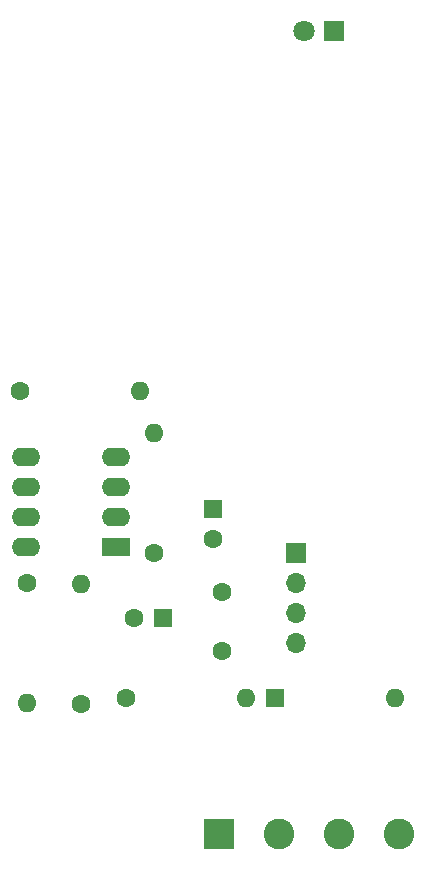
<source format=gbr>
%TF.GenerationSoftware,KiCad,Pcbnew,(5.1.9)-1*%
%TF.CreationDate,2021-03-23T14:31:34+01:00*%
%TF.ProjectId,DCF77 Receiver,44434637-3720-4526-9563-65697665722e,rev?*%
%TF.SameCoordinates,Original*%
%TF.FileFunction,Soldermask,Top*%
%TF.FilePolarity,Negative*%
%FSLAX46Y46*%
G04 Gerber Fmt 4.6, Leading zero omitted, Abs format (unit mm)*
G04 Created by KiCad (PCBNEW (5.1.9)-1) date 2021-03-23 14:31:34*
%MOMM*%
%LPD*%
G01*
G04 APERTURE LIST*
%ADD10C,1.600000*%
%ADD11R,1.600000X1.600000*%
%ADD12O,1.600000X1.600000*%
%ADD13R,1.800000X1.800000*%
%ADD14C,1.800000*%
%ADD15R,2.600000X2.600000*%
%ADD16C,2.600000*%
%ADD17R,1.700000X1.700000*%
%ADD18O,1.700000X1.700000*%
%ADD19R,2.400000X1.600000*%
%ADD20O,2.400000X1.600000*%
G04 APERTURE END LIST*
D10*
%TO.C,C1*%
X99750000Y-168500000D03*
X99750000Y-163500000D03*
%TD*%
%TO.C,C2*%
X92250000Y-165750000D03*
D11*
X94750000Y-165750000D03*
%TD*%
%TO.C,C3*%
X99000000Y-156500000D03*
D10*
X99000000Y-159000000D03*
%TD*%
D11*
%TO.C,D1*%
X104250000Y-172500000D03*
D12*
X114410000Y-172500000D03*
%TD*%
D13*
%TO.C,D2*%
X109250000Y-116000000D03*
D14*
X106710000Y-116000000D03*
%TD*%
D15*
%TO.C,J1*%
X99500000Y-184000000D03*
D16*
X104580000Y-184000000D03*
X109660000Y-184000000D03*
X114740000Y-184000000D03*
%TD*%
D17*
%TO.C,J2*%
X106000000Y-160250000D03*
D18*
X106000000Y-162790000D03*
X106000000Y-165330000D03*
X106000000Y-167870000D03*
%TD*%
D10*
%TO.C,R1*%
X82590000Y-146500000D03*
D12*
X92750000Y-146500000D03*
%TD*%
%TO.C,R2*%
X83250000Y-172910000D03*
D10*
X83250000Y-162750000D03*
%TD*%
%TO.C,R3*%
X94000000Y-160250000D03*
D12*
X94000000Y-150090000D03*
%TD*%
D10*
%TO.C,R4*%
X91590000Y-172500000D03*
D12*
X101750000Y-172500000D03*
%TD*%
%TO.C,R5*%
X87750000Y-162840000D03*
D10*
X87750000Y-173000000D03*
%TD*%
D19*
%TO.C,U1*%
X90750000Y-159750000D03*
D20*
X83130000Y-152130000D03*
X90750000Y-157210000D03*
X83130000Y-154670000D03*
X90750000Y-154670000D03*
X83130000Y-157210000D03*
X90750000Y-152130000D03*
X83130000Y-159750000D03*
%TD*%
M02*

</source>
